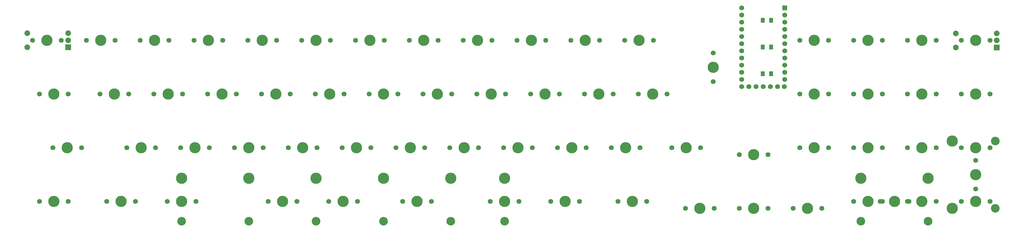
<source format=gts>
G04 #@! TF.GenerationSoftware,KiCad,Pcbnew,7.0.1*
G04 #@! TF.CreationDate,2023-04-12T10:33:03-04:00*
G04 #@! TF.ProjectId,kastenwagen-1840-chunky,6b617374-656e-4776-9167-656e2d313834,rev?*
G04 #@! TF.SameCoordinates,Original*
G04 #@! TF.FileFunction,Soldermask,Top*
G04 #@! TF.FilePolarity,Negative*
%FSLAX46Y46*%
G04 Gerber Fmt 4.6, Leading zero omitted, Abs format (unit mm)*
G04 Created by KiCad (PCBNEW 7.0.1) date 2023-04-12 10:33:03*
%MOMM*%
%LPD*%
G01*
G04 APERTURE LIST*
G04 Aperture macros list*
%AMRoundRect*
0 Rectangle with rounded corners*
0 $1 Rounding radius*
0 $2 $3 $4 $5 $6 $7 $8 $9 X,Y pos of 4 corners*
0 Add a 4 corners polygon primitive as box body*
4,1,4,$2,$3,$4,$5,$6,$7,$8,$9,$2,$3,0*
0 Add four circle primitives for the rounded corners*
1,1,$1+$1,$2,$3*
1,1,$1+$1,$4,$5*
1,1,$1+$1,$6,$7*
1,1,$1+$1,$8,$9*
0 Add four rect primitives between the rounded corners*
20,1,$1+$1,$2,$3,$4,$5,0*
20,1,$1+$1,$4,$5,$6,$7,0*
20,1,$1+$1,$6,$7,$8,$9,0*
20,1,$1+$1,$8,$9,$2,$3,0*%
G04 Aperture macros list end*
%ADD10RoundRect,0.250001X0.462499X0.624999X-0.462499X0.624999X-0.462499X-0.624999X0.462499X-0.624999X0*%
%ADD11C,1.750000*%
%ADD12C,3.987800*%
%ADD13C,3.048000*%
%ADD14R,2.000000X2.000000*%
%ADD15C,2.000000*%
%ADD16R,1.752600X1.752600*%
%ADD17C,1.752600*%
G04 APERTURE END LIST*
D10*
G04 #@! TO.C,D2*
X281675000Y-27747500D03*
X278700000Y-27747500D03*
G04 #@! TD*
G04 #@! TO.C,D3*
X281675000Y-37250000D03*
X278700000Y-37250000D03*
G04 #@! TD*
D11*
G04 #@! TO.C,MX101*
X39370000Y-25400000D03*
D12*
X44450000Y-25400000D03*
D11*
X49530000Y-25400000D03*
G04 #@! TD*
G04 #@! TO.C,MX110*
X58420000Y-25400000D03*
D12*
X63500000Y-25400000D03*
D11*
X68580000Y-25400000D03*
G04 #@! TD*
G04 #@! TO.C,MX111*
X77470000Y-25400000D03*
D12*
X82550000Y-25400000D03*
D11*
X87630000Y-25400000D03*
G04 #@! TD*
G04 #@! TO.C,MX120*
X96520000Y-25400000D03*
D12*
X101600000Y-25400000D03*
D11*
X106680000Y-25400000D03*
G04 #@! TD*
G04 #@! TO.C,MX121*
X115570000Y-25400000D03*
D12*
X120650000Y-25400000D03*
D11*
X125730000Y-25400000D03*
G04 #@! TD*
G04 #@! TO.C,MX130*
X134620000Y-25400000D03*
D12*
X139700000Y-25400000D03*
D11*
X144780000Y-25400000D03*
G04 #@! TD*
G04 #@! TO.C,MX131*
X153670000Y-25400000D03*
D12*
X158750000Y-25400000D03*
D11*
X163830000Y-25400000D03*
G04 #@! TD*
G04 #@! TO.C,MX140*
X172720000Y-25400000D03*
D12*
X177800000Y-25400000D03*
D11*
X182880000Y-25400000D03*
G04 #@! TD*
G04 #@! TO.C,MX141*
X191770000Y-25400000D03*
D12*
X196850000Y-25400000D03*
D11*
X201930000Y-25400000D03*
G04 #@! TD*
G04 #@! TO.C,MX150*
X210820000Y-25400000D03*
D12*
X215900000Y-25400000D03*
D11*
X220980000Y-25400000D03*
G04 #@! TD*
G04 #@! TO.C,MX151*
X229870000Y-25400000D03*
D12*
X234950000Y-25400000D03*
D11*
X240030000Y-25400000D03*
G04 #@! TD*
G04 #@! TO.C,MX170*
X291782500Y-25400000D03*
D12*
X296862500Y-25400000D03*
D11*
X301942500Y-25400000D03*
G04 #@! TD*
G04 #@! TO.C,MX171*
X310832500Y-25400000D03*
D12*
X315912500Y-25400000D03*
D11*
X320992500Y-25400000D03*
G04 #@! TD*
G04 #@! TO.C,MX180*
X329882500Y-25400000D03*
D12*
X334962500Y-25400000D03*
D11*
X340042500Y-25400000D03*
G04 #@! TD*
G04 #@! TO.C,MX181*
X348932500Y-25400000D03*
D12*
X354012500Y-25400000D03*
D11*
X359092500Y-25400000D03*
G04 #@! TD*
G04 #@! TO.C,MX202*
X22701250Y-44450000D03*
D12*
X27781250Y-44450000D03*
D11*
X32861250Y-44450000D03*
G04 #@! TD*
G04 #@! TO.C,MX203*
X44132500Y-44450000D03*
D12*
X49212500Y-44450000D03*
D11*
X54292500Y-44450000D03*
G04 #@! TD*
G04 #@! TO.C,MX212*
X63182500Y-44450000D03*
D12*
X68262500Y-44450000D03*
D11*
X73342500Y-44450000D03*
G04 #@! TD*
G04 #@! TO.C,MX213*
X82232500Y-44450000D03*
D12*
X87312500Y-44450000D03*
D11*
X92392500Y-44450000D03*
G04 #@! TD*
G04 #@! TO.C,MX222*
X101282500Y-44450000D03*
D12*
X106362500Y-44450000D03*
D11*
X111442500Y-44450000D03*
G04 #@! TD*
G04 #@! TO.C,MX223*
X120332500Y-44450000D03*
D12*
X125412500Y-44450000D03*
D11*
X130492500Y-44450000D03*
G04 #@! TD*
G04 #@! TO.C,MX232*
X139382500Y-44450000D03*
D12*
X144462500Y-44450000D03*
D11*
X149542500Y-44450000D03*
G04 #@! TD*
G04 #@! TO.C,MX233*
X158432500Y-44450000D03*
D12*
X163512500Y-44450000D03*
D11*
X168592500Y-44450000D03*
G04 #@! TD*
G04 #@! TO.C,MX242*
X177482500Y-44450000D03*
D12*
X182562500Y-44450000D03*
D11*
X187642500Y-44450000D03*
G04 #@! TD*
G04 #@! TO.C,MX243*
X196532500Y-44450000D03*
D12*
X201612500Y-44450000D03*
D11*
X206692500Y-44450000D03*
G04 #@! TD*
G04 #@! TO.C,MX252*
X215582500Y-44450000D03*
D12*
X220662500Y-44450000D03*
D11*
X225742500Y-44450000D03*
G04 #@! TD*
G04 #@! TO.C,MX253*
X234632500Y-44450000D03*
D12*
X239712500Y-44450000D03*
D11*
X244792500Y-44450000D03*
G04 #@! TD*
G04 #@! TO.C,MX262*
X261143750Y-40005000D03*
D12*
X261143750Y-34925000D03*
D11*
X261143750Y-29845000D03*
G04 #@! TD*
G04 #@! TO.C,MX272*
X291782500Y-44450000D03*
D12*
X296862500Y-44450000D03*
D11*
X301942500Y-44450000D03*
G04 #@! TD*
G04 #@! TO.C,MX273*
X310832500Y-44450000D03*
D12*
X315912500Y-44450000D03*
D11*
X320992500Y-44450000D03*
G04 #@! TD*
G04 #@! TO.C,MX282*
X329882500Y-44450000D03*
D12*
X334962500Y-44450000D03*
D11*
X340042500Y-44450000D03*
G04 #@! TD*
G04 #@! TO.C,MX283*
X348932500Y-44450000D03*
D12*
X354012500Y-44450000D03*
D11*
X359092500Y-44450000D03*
G04 #@! TD*
G04 #@! TO.C,MX304*
X27463750Y-63500000D03*
D12*
X32543750Y-63500000D03*
D11*
X37623750Y-63500000D03*
G04 #@! TD*
G04 #@! TO.C,MX305*
X53657500Y-63500000D03*
D12*
X58737500Y-63500000D03*
D11*
X63817500Y-63500000D03*
G04 #@! TD*
G04 #@! TO.C,MX314*
X72707500Y-63500000D03*
D12*
X77787500Y-63500000D03*
D11*
X82867500Y-63500000D03*
G04 #@! TD*
G04 #@! TO.C,MX315*
X91757500Y-63500000D03*
D12*
X96837500Y-63500000D03*
D11*
X101917500Y-63500000D03*
G04 #@! TD*
G04 #@! TO.C,MX324*
X110807500Y-63500000D03*
D12*
X115887500Y-63500000D03*
D11*
X120967500Y-63500000D03*
G04 #@! TD*
G04 #@! TO.C,MX325*
X129857500Y-63500000D03*
D12*
X134937500Y-63500000D03*
D11*
X140017500Y-63500000D03*
G04 #@! TD*
G04 #@! TO.C,MX334*
X148907500Y-63500000D03*
D12*
X153987500Y-63500000D03*
D11*
X159067500Y-63500000D03*
G04 #@! TD*
G04 #@! TO.C,MX335*
X167957500Y-63500000D03*
D12*
X173037500Y-63500000D03*
D11*
X178117500Y-63500000D03*
G04 #@! TD*
G04 #@! TO.C,MX344*
X187007500Y-63500000D03*
D12*
X192087500Y-63500000D03*
D11*
X197167500Y-63500000D03*
G04 #@! TD*
G04 #@! TO.C,MX345*
X206057500Y-63500000D03*
D12*
X211137500Y-63500000D03*
D11*
X216217500Y-63500000D03*
G04 #@! TD*
G04 #@! TO.C,MX354*
X225107500Y-63500000D03*
D12*
X230187500Y-63500000D03*
D11*
X235267500Y-63500000D03*
G04 #@! TD*
G04 #@! TO.C,MX355*
X246538750Y-63500000D03*
D12*
X251618750Y-63500000D03*
D11*
X256698750Y-63500000D03*
G04 #@! TD*
G04 #@! TO.C,MX364*
X270351250Y-65881250D03*
D12*
X275431250Y-65881250D03*
D11*
X280511250Y-65881250D03*
G04 #@! TD*
G04 #@! TO.C,MX374*
X291782500Y-63500000D03*
D12*
X296862500Y-63500000D03*
D11*
X301942500Y-63500000D03*
G04 #@! TD*
G04 #@! TO.C,MX375*
X310832500Y-63500000D03*
D12*
X315912500Y-63500000D03*
D11*
X320992500Y-63500000D03*
G04 #@! TD*
G04 #@! TO.C,MX384*
X329882500Y-63500000D03*
D12*
X334962500Y-63500000D03*
D11*
X340042500Y-63500000D03*
G04 #@! TD*
G04 #@! TO.C,MX385*
X348932500Y-63500000D03*
D12*
X354012500Y-63500000D03*
D11*
X359092500Y-63500000D03*
G04 #@! TD*
G04 #@! TO.C,MX406*
X22701250Y-82550000D03*
D12*
X27781250Y-82550000D03*
D11*
X32861250Y-82550000D03*
G04 #@! TD*
G04 #@! TO.C,MX416*
X67945000Y-82550000D03*
D12*
X73025000Y-82550000D03*
D11*
X78105000Y-82550000D03*
G04 #@! TD*
D12*
G04 #@! TO.C,MX417*
X96837500Y-74295000D03*
D13*
X96837500Y-89535000D03*
D11*
X103663750Y-82550000D03*
D12*
X108743750Y-82550000D03*
D11*
X113823750Y-82550000D03*
D12*
X120650000Y-74295000D03*
D13*
X120650000Y-89535000D03*
G04 #@! TD*
D12*
G04 #@! TO.C,MX417.700*
X73025000Y-74295000D03*
D13*
X73025000Y-89535000D03*
D11*
X125095000Y-82550000D03*
D12*
X130175000Y-82550000D03*
D11*
X135255000Y-82550000D03*
D12*
X187325000Y-74295000D03*
D13*
X187325000Y-89535000D03*
G04 #@! TD*
D12*
G04 #@! TO.C,MX437*
X144462500Y-74295000D03*
D13*
X144462500Y-89535000D03*
D11*
X151288750Y-82550000D03*
D12*
X156368750Y-82550000D03*
D11*
X161448750Y-82550000D03*
D12*
X168275000Y-74295000D03*
D13*
X168275000Y-89535000D03*
G04 #@! TD*
D11*
G04 #@! TO.C,MX446*
X182245000Y-82550000D03*
D12*
X187325000Y-82550000D03*
D11*
X192405000Y-82550000D03*
G04 #@! TD*
G04 #@! TO.C,MX447*
X203676250Y-82550000D03*
D12*
X208756250Y-82550000D03*
D11*
X213836250Y-82550000D03*
G04 #@! TD*
G04 #@! TO.C,MX456*
X227488750Y-82550000D03*
D12*
X232568750Y-82550000D03*
D11*
X237648750Y-82550000D03*
G04 #@! TD*
G04 #@! TO.C,MX457*
X251301250Y-84931250D03*
D12*
X256381250Y-84931250D03*
D11*
X261461250Y-84931250D03*
G04 #@! TD*
G04 #@! TO.C,MX467*
X270351250Y-84931250D03*
D12*
X275431250Y-84931250D03*
D11*
X280511250Y-84931250D03*
G04 #@! TD*
G04 #@! TO.C,MX476*
X289401250Y-84931250D03*
D12*
X294481250Y-84931250D03*
D11*
X299561250Y-84931250D03*
G04 #@! TD*
G04 #@! TO.C,MX477*
X310832500Y-82550000D03*
D12*
X315912500Y-82550000D03*
D11*
X320992500Y-82550000D03*
G04 #@! TD*
D12*
G04 #@! TO.C,MX477.200*
X313416950Y-74269600D03*
D13*
X313416950Y-89509600D03*
D11*
X320243200Y-82524600D03*
D12*
X325323200Y-82524600D03*
D11*
X330403200Y-82524600D03*
D12*
X337229450Y-74269600D03*
D13*
X337229450Y-89509600D03*
G04 #@! TD*
D11*
G04 #@! TO.C,MX486*
X329882500Y-82550000D03*
D12*
X334962500Y-82550000D03*
D11*
X340042500Y-82550000D03*
G04 #@! TD*
G04 #@! TO.C,MX487*
X348932500Y-82550000D03*
D12*
X354012500Y-82550000D03*
D11*
X359092500Y-82550000D03*
G04 #@! TD*
D13*
G04 #@! TO.C,MX487.200*
X360997500Y-61118750D03*
D12*
X345757500Y-61118750D03*
D11*
X354012500Y-67945000D03*
D12*
X354012500Y-73025000D03*
D11*
X354012500Y-78105000D03*
D13*
X360997500Y-84931250D03*
D12*
X345757500Y-84931250D03*
G04 #@! TD*
D14*
G04 #@! TO.C,RSW100*
X32900000Y-27856250D03*
D15*
X32900000Y-22856250D03*
X32900000Y-25356250D03*
X18400000Y-22856250D03*
X18400000Y-27856250D03*
G04 #@! TD*
D14*
G04 #@! TO.C,RSW181*
X361512500Y-27900000D03*
D15*
X361512500Y-22900000D03*
X361512500Y-25400000D03*
X347012500Y-22900000D03*
X347012500Y-27900000D03*
G04 #@! TD*
D11*
G04 #@! TO.C,MX100*
X20320000Y-25400000D03*
D12*
X25400000Y-25400000D03*
D11*
X30480000Y-25400000D03*
G04 #@! TD*
D10*
G04 #@! TO.C,D1*
X281675000Y-18250000D03*
X278700000Y-18250000D03*
G04 #@! TD*
D11*
G04 #@! TO.C,MX407*
X46513750Y-82550000D03*
D12*
X51593750Y-82550000D03*
D11*
X56673750Y-82550000D03*
G04 #@! TD*
D16*
G04 #@! TO.C,U1*
X286500000Y-13840000D03*
D17*
X286500000Y-16380000D03*
X286500000Y-18920000D03*
X286500000Y-21460000D03*
X286500000Y-24000000D03*
X286500000Y-26540000D03*
X286500000Y-29080000D03*
X286500000Y-31620000D03*
X286500000Y-34160000D03*
X286500000Y-36700000D03*
X286500000Y-39240000D03*
X286271400Y-41780000D03*
X271260000Y-41780000D03*
X271260000Y-39240000D03*
X271260000Y-36700000D03*
X271260000Y-34160000D03*
X271260000Y-31620000D03*
X271260000Y-29080000D03*
X271260000Y-26540000D03*
X271260000Y-24000000D03*
X271260000Y-21460000D03*
X271260000Y-18920000D03*
X271260000Y-16380000D03*
X271260000Y-13840000D03*
X283960000Y-41780000D03*
X281420000Y-41780000D03*
X278880000Y-41780000D03*
X276340000Y-41780000D03*
X273800000Y-41780000D03*
G04 #@! TD*
M02*

</source>
